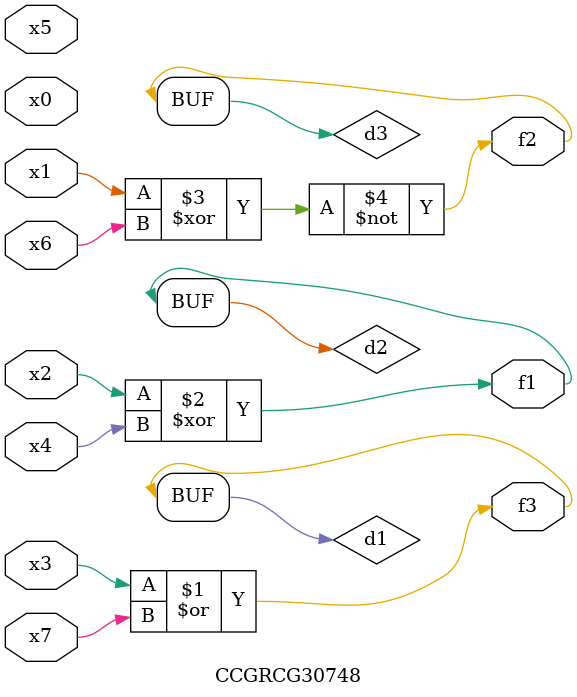
<source format=v>
module CCGRCG30748(
	input x0, x1, x2, x3, x4, x5, x6, x7,
	output f1, f2, f3
);

	wire d1, d2, d3;

	or (d1, x3, x7);
	xor (d2, x2, x4);
	xnor (d3, x1, x6);
	assign f1 = d2;
	assign f2 = d3;
	assign f3 = d1;
endmodule

</source>
